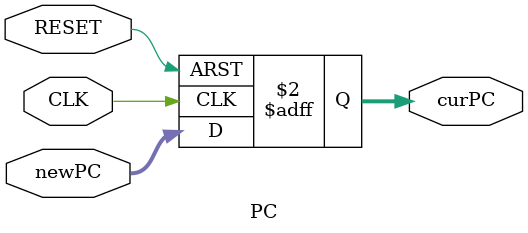
<source format=v>
`timescale 1ns / 1ps

module PC #(parameter WIDTH = 32)
	(input CLK, RESET,
	input [WIDTH - 1:0] newPC,
	output reg [WIDTH - 1:0] curPC);

	always @(posedge CLK, posedge RESET)
		if (RESET)
			curPC <= 0;
		else
			curPC <= newPC;
endmodule

</source>
